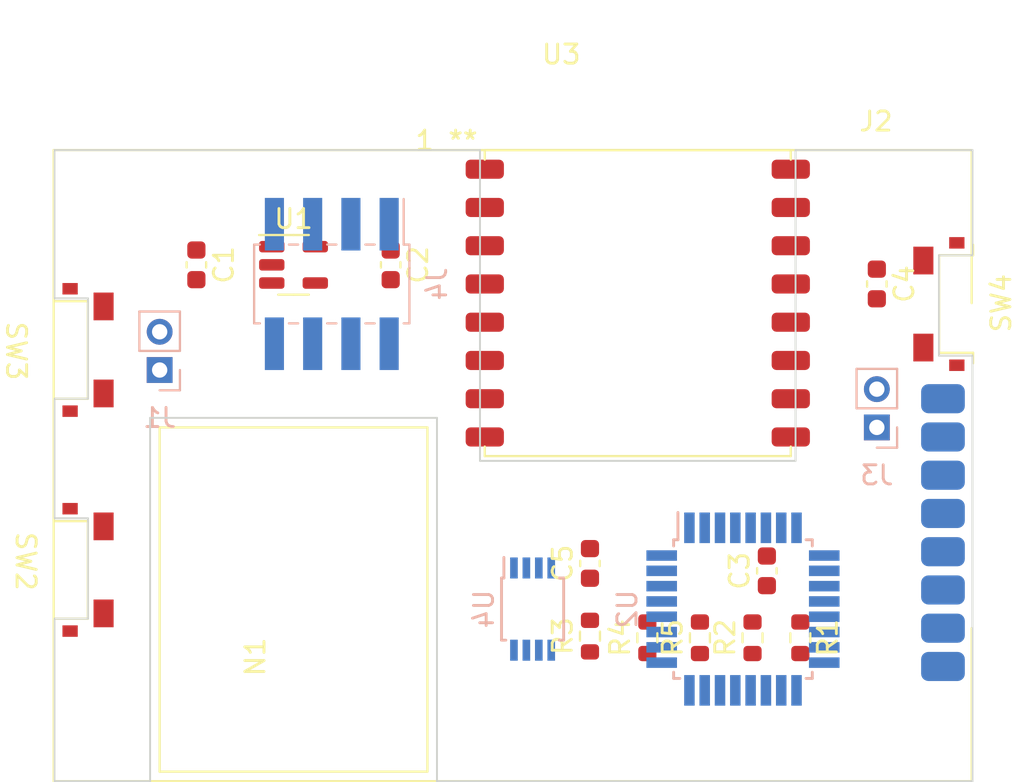
<source format=kicad_pcb>
(kicad_pcb (version 20211014) (generator pcbnew)
  (layers (0 "F.Cu" signal) (31 "B.Cu" signal) (34 "B.Paste" user) (35 "F.Paste" user) (36 "B.SilkS" user "B.Silkscreen") (37 "F.SilkS" user "F.Silkscreen") (38 "B.Mask" user) (39 "F.Mask" user) (44 "Edge.Cuts" user))
  (net 0 "")
  (net 1 "Net-(C1-Pad1)")
  (net 2 "GND")
  (net 3 "+3.3V")
  (net 4 "/eBUSY")
  (net 5 "/eRST")
  (net 6 "/eDC")
  (net 7 "/eCS")
  (net 8 "/SCK")
  (net 9 "/MOSI")
  (net 10 "Net-(J3-Pad1)")
  (net 11 "Net-(R1-Pad2)")
  (net 13 "/MISO")
  (net 17 "/nRESET")
  (net 18 "/TXD")
  (net 19 "/RXD")
  (net 21 "Net-(U2-Pad23)")
  (net 22 "/SCL")
  (net 23 "/SDA")
  (net 24 "Net-(U2-Pad26)")
  (net 25 "Net-(SW1-Pad1)")
  (net 26 "Net-(SW2-Pad1)")
  (net 27 "Net-(SW3-Pad1)")
  (net 28 "Net-(SW4-Pad1)")
  (net 29 "Net-(U2-Pad9)")
  (net 30 "/RF_CS")
  (footprint "TinySwitch:EVQ-P4" (layer "F.Cu") (at 122.5675 114.45 -90)
    (fp_text reference "SW2" (at -0.45 4.0675 -90 unlocked) (layer "F.SilkS"))
    (fp_text value "EVQ-P4MB3K")
    (fp_line (start -2.55 0.825) (end 2.55 0.825) (layer "F.SilkS") (width 0.12))
    (fp_line (start -2.55 2.6) (end -2.55 0.825) (layer "F.SilkS") (width 0.12))
    (fp_line (start -2.55 2.6) (end -3.1 2.6) (layer "F.SilkS") (width 0.12))
    (fp_line (start 2.55 2.6) (end 2.55 0.825) (layer "F.SilkS") (width 0.12))
    (fp_line (start 2.55 2.6) (end 3.1 2.6) (layer "F.SilkS") (width 0.12))
    (pad "1" smd rect (at -2.275 0 270) (size 1.45 1.05) (layers "F.Cu" "F.Paste" "F.Mask") (net 26 "Net-(SW2-Pad1)"))
    (pad "2" smd rect (at 2.275 0 270) (size 1.45 1.05) (layers "F.Cu" "F.Paste" "F.Mask") (net 2 "GND"))
    (pad "3" smd rect (at -3.2 1.75 270) (size 0.6 0.8) (layers "F.Cu" "F.Paste" "F.Mask"))
    (pad "4" smd rect (at 3.2 1.75 270) (size 0.6 0.8) (layers "F.Cu" "F.Paste" "F.Mask"))
  )
  (footprint "Capacitor_SMD:C_0603_1608Metric" (layer "F.Cu") (at 137.58 98.5 -90)
    (fp_text reference "C2" (at 0 -1.43 -90) (layer "F.SilkS"))
    (fp_text value "1uF")
    (fp_line (start -0.14058 0.51) (end 0.14058 0.51) (layer "F.SilkS") (width 0.12))
    (fp_line (start -0.14058 -0.51) (end 0.14058 -0.51) (layer "F.SilkS") (width 0.12))
    (pad "1" smd roundrect (at -0.775 0 270) (size 0.9 0.95) (layers "F.Cu" "F.Paste" "F.Mask") (net 3 "+3.3V"))
    (pad "2" smd roundrect (at 0.775 0 270) (size 0.9 0.95) (layers "F.Cu" "F.Paste" "F.Mask") (net 2 "GND"))
  )
  (footprint "Package_TO_SOT_SMD:SOT-23-5" (layer "F.Cu") (at 132.5 98.5)
    (fp_text reference "U1" (at 0 -2.4) (layer "F.SilkS"))
    (fp_text value "NCP161")
    (fp_line (start 0 1.56) (end -0.8 1.56) (layer "F.SilkS") (width 0.12))
    (fp_line (start 0 -1.56) (end -1.8 -1.56) (layer "F.SilkS") (width 0.12))
    (fp_line (start 0 1.56) (end 0.8 1.56) (layer "F.SilkS") (width 0.12))
    (fp_line (start 0 -1.56) (end 0.8 -1.56) (layer "F.SilkS") (width 0.12))
    (pad "1" smd roundrect (at -1.1375 -0.95) (size 1.325 0.6) (layers "F.Cu" "F.Paste" "F.Mask") (net 1 "Net-(C1-Pad1)"))
    (pad "2" smd roundrect (at -1.1375 0) (size 1.325 0.6) (layers "F.Cu" "F.Paste" "F.Mask") (net 2 "GND"))
    (pad "3" smd roundrect (at -1.1375 0.95) (size 1.325 0.6) (layers "F.Cu" "F.Paste" "F.Mask") (net 1 "Net-(C1-Pad1)"))
    (pad "4" smd roundrect (at 1.1375 0.95) (size 1.325 0.6) (layers "F.Cu" "F.Paste" "F.Mask"))
    (pad "5" smd roundrect (at 1.1375 -0.95) (size 1.325 0.6) (layers "F.Cu" "F.Paste" "F.Mask") (net 3 "+3.3V"))
  )
  (footprint "TinySwitch:EVQ-P4" (layer "F.Cu") (at 165.4325 100.55 90)
    (fp_text reference "SW4" (at 0.05 4.0675 90 unlocked) (layer "F.SilkS"))
    (fp_text value "EVQ-P4MB3K")
    (fp_line (start -2.55 2.6) (end -2.55 0.825) (layer "F.SilkS") (width 0.12))
    (fp_line (start 2.55 2.6) (end 3.1 2.6) (layer "F.SilkS") (width 0.12))
    (fp_line (start -2.55 0.825) (end 2.55 0.825) (layer "F.SilkS") (width 0.12))
    (fp_line (start -2.55 2.6) (end -3.1 2.6) (layer "F.SilkS") (width 0.12))
    (fp_line (start 2.55 2.6) (end 2.55 0.825) (layer "F.SilkS") (width 0.12))
    (pad "1" smd rect (at -2.275 0 90) (size 1.45 1.05) (layers "F.Cu" "F.Paste" "F.Mask") (net 28 "Net-(SW4-Pad1)"))
    (pad "2" smd rect (at 2.275 0 90) (size 1.45 1.05) (layers "F.Cu" "F.Paste" "F.Mask") (net 2 "GND"))
    (pad "3" smd rect (at -3.2 1.75 90) (size 0.6 0.8) (layers "F.Cu" "F.Paste" "F.Mask"))
    (pad "4" smd rect (at 3.2 1.75 90) (size 0.6 0.8) (layers "F.Cu" "F.Paste" "F.Mask"))
  )
  (footprint "Resistor_SMD:R_0603_1608Metric" (layer "F.Cu") (at 153.75 118 90)
    (fp_text reference "R5" (at 0 -1.43 90) (layer "F.SilkS"))
    (fp_text value "4.7k")
    (fp_line (start -0.237258 -0.5225) (end 0.237258 -0.5225) (layer "F.SilkS") (width 0.12))
    (fp_line (start -0.237258 0.5225) (end 0.237258 0.5225) (layer "F.SilkS") (width 0.12))
    (pad "1" smd roundrect (at -0.825 0 90) (size 0.8 0.95) (layers "F.Cu" "F.Paste" "F.Mask") (net 3 "+3.3V"))
    (pad "2" smd roundrect (at 0.825 0 90) (size 0.8 0.95) (layers "F.Cu" "F.Paste" "F.Mask") (net 23 "/SDA"))
  )
  (footprint "Resistor_SMD:R_0603_1608Metric" (layer "F.Cu") (at 159 118 -90)
    (fp_text reference "R1" (at 0 -1.43 -90) (layer "F.SilkS"))
    (fp_text value "10k")
    (fp_line (start -0.237258 -0.5225) (end 0.237258 -0.5225) (layer "F.SilkS") (width 0.12))
    (fp_line (start -0.237258 0.5225) (end 0.237258 0.5225) (layer "F.SilkS") (width 0.12))
    (pad "1" smd roundrect (at -0.825 0 270) (size 0.8 0.95) (layers "F.Cu" "F.Paste" "F.Mask") (net 1 "Net-(C1-Pad1)"))
    (pad "2" smd roundrect (at 0.825 0 270) (size 0.8 0.95) (layers "F.Cu" "F.Paste" "F.Mask") (net 11 "Net-(R1-Pad2)"))
  )
  (footprint "RFM69:RFM69HCW" (layer "F.Cu") (at 142.5 93.5)
    (fp_text reference "U3" (at 4 -6 unlocked) (layer "F.SilkS"))
    (fp_text value "RFM69HCW")
    (fp_text user "1 **" (at -2 -1.5 unlocked) (layer "F.SilkS"))
    (fp_line (start 0 -1) (end 0 -0.5) (layer "F.SilkS") (width 0.12))
    (fp_line (start 0 14.5) (end 0 15) (layer "F.SilkS") (width 0.12))
    (fp_line (start 0 15) (end 16 15) (layer "F.SilkS") (width 0.12))
    (fp_line (start 16 15) (end 16 14.5) (layer "F.SilkS") (width 0.12))
    (fp_line (start 16 -1) (end 16 -0.5) (layer "F.SilkS") (width 0.12))
    (fp_line (start 0 -1) (end 16 -1) (layer "F.SilkS") (width 0.12))
    (pad "1" smd roundrect (at 0 0) (size 2 1) (layers "F.Cu" "F.Paste" "F.Mask") (net 2 "GND"))
    (pad "2" smd roundrect (at 0 2) (size 2 1) (layers "F.Cu" "F.Paste" "F.Mask") (net 13 "/MISO"))
    (pad "3" smd roundrect (at 0 4) (size 2 1) (layers "F.Cu" "F.Paste" "F.Mask") (net 9 "/MOSI"))
    (pad "4" smd roundrect (at 0 6) (size 2 1) (layers "F.Cu" "F.Paste" "F.Mask") (net 8 "/SCK"))
    (pad "5" smd roundrect (at 0 8) (size 2 1) (layers "F.Cu" "F.Paste" "F.Mask") (net 30 "/RF_CS"))
    (pad "6" smd roundrect (at 0 10) (size 2 1) (layers "F.Cu" "F.Paste" "F.Mask") (net 21 "Net-(U2-Pad23)"))
    (pad "7" smd roundrect (at 0 12) (size 2 1) (layers "F.Cu" "F.Paste" "F.Mask"))
    (pad "8" smd roundrect (at 0 14) (size 2 1) (layers "F.Cu" "F.Paste" "F.Mask") (net 2 "GND"))
    (pad "9" smd roundrect (at 16 14) (size 2 1) (layers "F.Cu" "F.Paste" "F.Mask") (net 10 "Net-(J3-Pad1)"))
    (pad "10" smd roundrect (at 16 12) (size 2 1) (layers "F.Cu" "F.Paste" "F.Mask") (net 2 "GND"))
    (pad "11" smd roundrect (at 16 10) (size 2 1) (layers "F.Cu" "F.Paste" "F.Mask"))
    (pad "12" smd roundrect (at 16 8) (size 2 1) (layers "F.Cu" "F.Paste" "F.Mask"))
    (pad "13" smd roundrect (at 16 6) (size 2 1) (layers "F.Cu" "F.Paste" "F.Mask") (net 3 "+3.3V"))
    (pad "14" smd roundrect (at 16 4) (size 2 1) (layers "F.Cu" "F.Paste" "F.Mask") (net 29 "Net-(U2-Pad9)"))
    (pad "15" smd roundrect (at 16 2) (size 2 1) (layers "F.Cu" "F.Paste" "F.Mask"))
    (pad "16" smd roundrect (at 16 0) (size 2 1) (layers "F.Cu" "F.Paste" "F.Mask"))
  )
  (footprint "Battery:LiPo-100mAh" (layer "F.Cu") (at 125.5 125 90)
    (fp_text reference "N1" (at 6 5 90 unlocked) (layer "F.SilkS"))
    (fp_text value "Battery")
    (fp_line (start 18 14) (end 0 14) (layer "F.SilkS") (width 0.12))
    (fp_line (start 0 14) (end 0 0) (layer "F.SilkS") (width 0.12))
    (fp_line (start 18 0) (end 18 14) (layer "F.SilkS") (width 0.12))
    (fp_line (start 0 0) (end 18 0) (layer "F.SilkS") (width 0.12))
  )
  (footprint "Resistor_SMD:R_0603_1608Metric" (layer "F.Cu") (at 148 117.9125 90)
    (fp_text reference "R3" (at 0 -1.43 90) (layer "F.SilkS"))
    (fp_text value "10k")
    (fp_line (start -0.237258 0.5225) (end 0.237258 0.5225) (layer "F.SilkS") (width 0.12))
    (fp_line (start -0.237258 -0.5225) (end 0.237258 -0.5225) (layer "F.SilkS") (width 0.12))
    (pad "1" smd roundrect (at -0.825 0 90) (size 0.8 0.95) (layers "F.Cu" "F.Paste" "F.Mask") (net 3 "+3.3V"))
    (pad "2" smd roundrect (at 0.825 0 90) (size 0.8 0.95) (layers "F.Cu" "F.Paste" "F.Mask") (net 17 "/nRESET"))
  )
  (footprint "TinySwitch:EVQ-P4" (layer "F.Cu") (at 122.5675 102.95 -90)
    (fp_text reference "SW3" (at 0.05 4.5675 -90 unlocked) (layer "F.SilkS"))
    (fp_text value "EVQ-P4MB3K")
    (fp_line (start 2.55 2.6) (end 3.1 2.6) (layer "F.SilkS") (width 0.12))
    (fp_line (start 2.55 2.6) (end 2.55 0.825) (layer "F.SilkS") (width 0.12))
    (fp_line (start -2.55 2.6) (end -2.55 0.825) (layer "F.SilkS") (width 0.12))
    (fp_line (start -2.55 2.6) (end -3.1 2.6) (layer "F.SilkS") (width 0.12))
    (fp_line (start -2.55 0.825) (end 2.55 0.825) (layer "F.SilkS") (width 0.12))
    (pad "1" smd rect (at -2.275 0 270) (size 1.45 1.05) (layers "F.Cu" "F.Paste" "F.Mask") (net 27 "Net-(SW3-Pad1)"))
    (pad "2" smd rect (at 2.275 0 270) (size 1.45 1.05) (layers "F.Cu" "F.Paste" "F.Mask") (net 2 "GND"))
    (pad "3" smd rect (at -3.2 1.75 270) (size 0.6 0.8) (layers "F.Cu" "F.Paste" "F.Mask"))
    (pad "4" smd rect (at 3.2 1.75 270) (size 0.6 0.8) (layers "F.Cu" "F.Paste" "F.Mask"))
  )
  (footprint "Capacitor_SMD:C_0603_1608Metric" (layer "F.Cu") (at 127.42 98.5 -90)
    (fp_text reference "C1" (at 0 -1.43 -90) (layer "F.SilkS"))
    (fp_text value "1uF")
    (fp_line (start -0.14058 0.51) (end 0.14058 0.51) (layer "F.SilkS") (width 0.12))
    (fp_line (start -0.14058 -0.51) (end 0.14058 -0.51) (layer "F.SilkS") (width 0.12))
    (pad "1" smd roundrect (at -0.775 0 270) (size 0.9 0.95) (layers "F.Cu" "F.Paste" "F.Mask") (net 1 "Net-(C1-Pad1)"))
    (pad "2" smd roundrect (at 0.775 0 270) (size 0.9 0.95) (layers "F.Cu" "F.Paste" "F.Mask") (net 2 "GND"))
  )
  (footprint "Capacitor_SMD:C_0603_1608Metric" (layer "F.Cu") (at 148 114.1125 90)
    (fp_text reference "C5" (at 0 -1.43 90) (layer "F.SilkS"))
    (fp_text value "0.1uF")
    (fp_line (start -0.14058 -0.51) (end 0.14058 -0.51) (layer "F.SilkS") (width 0.12))
    (fp_line (start -0.14058 0.51) (end 0.14058 0.51) (layer "F.SilkS") (width 0.12))
    (pad "1" smd roundrect (at -0.775 0 90) (size 0.9 0.95) (layers "F.Cu" "F.Paste" "F.Mask") (net 3 "+3.3V"))
    (pad "2" smd roundrect (at 0.775 0 90) (size 0.9 0.95) (layers "F.Cu" "F.Paste" "F.Mask") (net 2 "GND"))
  )
  (footprint "Resistor_SMD:R_0603_1608Metric" (layer "F.Cu") (at 151 118 90)
    (fp_text reference "R4" (at 0 -1.43 90) (layer "F.SilkS"))
    (fp_text value "4.7k")
    (fp_line (start -0.237258 -0.5225) (end 0.237258 -0.5225) (layer "F.SilkS") (width 0.12))
    (fp_line (start -0.237258 0.5225) (end 0.237258 0.5225) (layer "F.SilkS") (width 0.12))
    (pad "1" smd roundrect (at -0.825 0 90) (size 0.8 0.95) (layers "F.Cu" "F.Paste" "F.Mask") (net 3 "+3.3V"))
    (pad "2" smd roundrect (at 0.825 0 90) (size 0.8 0.95) (layers "F.Cu" "F.Paste" "F.Mask") (net 22 "/SCL"))
  )
  (footprint "Capacitor_SMD:C_0603_1608Metric" (layer "F.Cu") (at 163 99.5 -90)
    (fp_text reference "C4" (at 0 -1.43 -90) (layer "F.SilkS"))
    (fp_text value "0.1uF")
    (fp_line (start -0.14058 -0.51) (end 0.14058 -0.51) (layer "F.SilkS") (width 0.12))
    (fp_line (start -0.14058 0.51) (end 0.14058 0.51) (layer "F.SilkS") (width 0.12))
    (pad "1" smd roundrect (at -0.775 0 270) (size 0.9 0.95) (layers "F.Cu" "F.Paste" "F.Mask") (net 3 "+3.3V"))
    (pad "2" smd roundrect (at 0.775 0 270) (size 0.9 0.95) (layers "F.Cu" "F.Paste" "F.Mask") (net 2 "GND"))
  )
  (footprint "Capacitor_SMD:C_0603_1608Metric" (layer "F.Cu") (at 157.25 114.5 90)
    (fp_text reference "C3" (at 0 -1.43 90) (layer "F.SilkS"))
    (fp_text value "0.1uF")
    (fp_line (start -0.14058 -0.51) (end 0.14058 -0.51) (layer "F.SilkS") (width 0.12))
    (fp_line (start -0.14058 0.51) (end 0.14058 0.51) (layer "F.SilkS") (width 0.12))
    (pad "1" smd roundrect (at -0.775 0 90) (size 0.9 0.95) (layers "F.Cu" "F.Paste" "F.Mask") (net 3 "+3.3V"))
    (pad "2" smd roundrect (at 0.775 0 90) (size 0.9 0.95) (layers "F.Cu" "F.Paste" "F.Mask") (net 2 "GND"))
  )
  (footprint "E-Ink:Waveshare_1.54" (layer "F.Cu") (at 167.9585 102)
    (fp_text reference "J2" (at -5 -11 unlocked) (layer "F.SilkS"))
    (fp_text value "Conn_01x08")
    (fp_line (start -48 -9.5) (end -48 23.5) (layer "F.SilkS") (width 0.12))
    (fp_line (start 0 -9.5) (end 0 -1.5) (layer "F.SilkS") (width 0.12))
    (fp_line (start 0 -9.5) (end -48 -9.5) (layer "F.SilkS") (width 0.12))
    (fp_line (start -48 23.5) (end 0 23.5) (layer "F.SilkS") (width 0.12))
    (fp_line (start 0 23.5) (end 0 15.5) (layer "F.SilkS") (width 0.12))
    (pad "" np_thru_hole circle (at -2.5 -7) (size 2.7 2.7) (drill 2.7) (layers F&B.Cu *.Mask))
    (pad "" np_thru_hole circle (at -45.5 20.5) (size 2.7 2.7) (drill 2.7) (layers F&B.Cu *.Mask))
    (pad "" np_thru_hole circle (at -45.5 -7) (size 2.7 2.7) (drill 2.7) (layers F&B.Cu *.Mask))
    (pad "" np_thru_hole circle (at -2.5 21) (size 2.7 2.7) (drill 2.7) (layers F&B.Cu *.Mask))
    (pad "1" smd roundrect (at -1.5 3.5) (size 2.286 1.524) (layers "B.Cu" "B.Paste" "B.Mask") (net 4 "/eBUSY"))
    (pad "2" smd roundrect (at -1.5 5.5) (size 2.286 1.524) (layers "B.Cu" "B.Paste" "B.Mask") (net 5 "/eRST"))
    (pad "3" smd roundrect (at -1.5 7.5) (size 2.286 1.524) (layers "B.Cu" "B.Paste" "B.Mask") (net 6 "/eDC"))
    (pad "4" smd roundrect (at -1.5 9.5) (size 2.286 1.524) (layers "B.Cu" "B.Paste" "B.Mask") (net 7 "/eCS"))
    (pad "5" smd roundrect (at -1.5 11.5) (size 2.286 1.524) (layers "B.Cu" "B.Paste" "B.Mask") (net 8 "/SCK"))
    (pad "6" smd roundrect (at -1.5 13.5) (size 2.286 1.524) (layers "B.Cu" "B.Paste" "B.Mask") (net 9 "/MOSI"))
    (pad "7" smd roundrect (at -1.5 15.5) (size 2.286 1.524) (layers "B.Cu" "B.Paste" "B.Mask") (net 2 "GND"))
    (pad "8" smd roundrect (at -1.5 17.5) (size 2.286 1.524) (layers "B.Cu" "B.Paste" "B.Mask") (net 3 "+3.3V"))
  )
  (footprint "Resistor_SMD:R_0603_1608Metric" (layer "F.Cu") (at 156.5 118 90)
    (fp_text reference "R2" (at 0 -1.43 90) (layer "F.SilkS"))
    (fp_text value "10k")
    (fp_line (start -0.237258 -0.5225) (end 0.237258 -0.5225) (layer "F.SilkS") (width 0.12))
    (fp_line (start -0.237258 0.5225) (end 0.237258 0.5225) (layer "F.SilkS") (width 0.12))
    (pad "1" smd roundrect (at -0.825 0 90) (size 0.8 0.95) (layers "F.Cu" "F.Paste" "F.Mask") (net 11 "Net-(R1-Pad2)"))
    (pad "2" smd roundrect (at 0.825 0 90) (size 0.8 0.95) (layers "F.Cu" "F.Paste" "F.Mask") (net 2 "GND"))
  )
  (footprint "Package_SO:TSSOP-8_3x3mm_P0.65mm" (layer "B.Cu") (at 145 116.5 -90)
    (fp_text reference "U4" (at 0 2.55 -270) (layer "B.SilkS") (effects (justify mirror)))
    (fp_text value "PCF85263ATT")
    (fp_line (start -1.625 -1.625) (end 1.625 -1.625) (layer "B.SilkS") (width 0.15))
    (fp_line (start 1.625 -1.625) (end 1.625 -1.4) (layer "B.SilkS") (width 0.15))
    (fp_line (start -1.625 -1.625) (end -1.625 -1.4) (layer "B.SilkS") (width 0.15))
    (fp_line (start -1.625 1.625) (end -1.625 1.5) (layer "B.SilkS") (width 0.15))
    (fp_line (start -1.625 1.625) (end 1.625 1.625) (layer "B.SilkS") (width 0.15))
    (fp_line (start -1.625 1.5) (end -2.7 1.5) (layer "B.SilkS") (width 0.15))
    (fp_line (start 1.625 1.625) (end 1.625 1.4) (layer "B.SilkS") (width 0.15))
    (pad "1" smd rect (at -2.15 0.975 270) (size 1.1 0.4) (layers "B.Cu" "B.Paste" "B.Mask"))
    (pad "2" smd rect (at -2.15 0.325 270) (size 1.1 0.4) (layers "B.Cu" "B.Paste" "B.Mask"))
    (pad "3" smd rect (at -2.15 -0.325 270) (size 1.1 0.4) (layers "B.Cu" "B.Paste" "B.Mask") (net 3 "+3.3V"))
    (pad "4" smd rect (at -2.15 -0.975 270) (size 1.1 0.4) (layers "B.Cu" "B.Paste" "B.Mask") (net 2 "GND"))
    (pad "5" smd rect (at 2.15 -0.975 270) (size 1.1 0.4) (layers "B.Cu" "B.Paste" "B.Mask") (net 23 "/SDA"))
    (pad "6" smd rect (at 2.15 -0.325 270) (size 1.1 0.4) (layers "B.Cu" "B.Paste" "B.Mask") (net 22 "/SCL"))
    (pad "7" smd rect (at 2.15 0.325 270) (size 1.1 0.4) (layers "B.Cu" "B.Paste" "B.Mask") (net 24 "Net-(U2-Pad26)"))
    (pad "8" smd rect (at 2.15 0.975 270) (size 1.1 0.4) (layers "B.Cu" "B.Paste" "B.Mask") (net 3 "+3.3V"))
  )
  (footprint "Package_QFP:TQFP-32_7x7mm_P0.8mm" (layer "B.Cu") (at 156 116.5 -90)
    (fp_text reference "U2" (at 0 6.05 90) (layer "B.SilkS") (effects (justify mirror)))
    (fp_text value "ATmega328-A")
    (fp_line (start -3.625 3.625) (end -3.3 3.625) (layer "B.SilkS") (width 0.15))
    (fp_line (start 3.625 -3.625) (end 3.625 -3.3) (layer "B.SilkS") (width 0.15))
    (fp_line (start -3.625 -3.625) (end -3.625 -3.3) (layer "B.SilkS") (width 0.15))
    (fp_line (start 3.625 -3.625) (end 3.3 -3.625) (layer "B.SilkS") (width 0.15))
    (fp_line (start 3.625 3.625) (end 3.3 3.625) (layer "B.SilkS") (width 0.15))
    (fp_line (start -3.625 3.4) (end -5.05 3.4) (layer "B.SilkS") (width 0.15))
    (fp_line (start -3.625 -3.625) (end -3.3 -3.625) (layer "B.SilkS") (width 0.15))
    (fp_line (start 3.625 3.625) (end 3.625 3.3) (layer "B.SilkS") (width 0.15))
    (fp_line (start -3.625 3.625) (end -3.625 3.4) (layer "B.SilkS") (width 0.15))
    (pad "1" smd rect (at -4.25 2.8 270) (size 1.6 0.55) (layers "B.Cu" "B.Paste" "B.Mask") (net 28 "Net-(SW4-Pad1)"))
    (pad "2" smd rect (at -4.25 2 270) (size 1.6 0.55) (layers "B.Cu" "B.Paste" "B.Mask"))
    (pad "3" smd rect (at -4.25 1.2 270) (size 1.6 0.55) (layers "B.Cu" "B.Paste" "B.Mask") (net 2 "GND"))
    (pad "4" smd rect (at -4.25 0.4 270) (size 1.6 0.55) (layers "B.Cu" "B.Paste" "B.Mask") (net 3 "+3.3V"))
    (pad "5" smd rect (at -4.25 -0.4 270) (size 1.6 0.55) (layers "B.Cu" "B.Paste" "B.Mask") (net 2 "GND"))
    (pad "6" smd rect (at -4.25 -1.2 270) (size 1.6 0.55) (layers "B.Cu" "B.Paste" "B.Mask") (net 3 "+3.3V"))
    (pad "7" smd rect (at -4.25 -2 270) (size 1.6 0.55) (layers "B.Cu" "B.Paste" "B.Mask"))
    (pad "8" smd rect (at -4.25 -2.8 270) (size 1.6 0.55) (layers "B.Cu" "B.Paste" "B.Mask"))
    (pad "9" smd rect (at -2.8 -4.25 180) (size 1.6 0.55) (layers "B.Cu" "B.Paste" "B.Mask") (net 29 "Net-(U2-Pad9)"))
    (pad "10" smd rect (at -2 -4.25 180) (size 1.6 0.55) (layers "B.Cu" "B.Paste" "B.Mask") (net 7 "/eCS"))
    (pad "11" smd rect (at -1.2 -4.25 180) (size 1.6 0.55) (layers "B.Cu" "B.Paste" "B.Mask") (net 4 "/eBUSY"))
    (pad "12" smd rect (at -0.4 -4.25 180) (size 1.6 0.55) (layers "B.Cu" "B.Paste" "B.Mask") (net 5 "/eRST"))
    (pad "13" smd rect (at 0.4 -4.25 180) (size 1.6 0.55) (layers "B.Cu" "B.Paste" "B.Mask") (net 6 "/eDC"))
    (pad "14" smd rect (at 1.2 -4.25 180) (size 1.6 0.55) (layers "B.Cu" "B.Paste" "B.Mask") (net 30 "/RF_CS"))
    (pad "15" smd rect (at 2 -4.25 180) (size 1.6 0.55) (layers "B.Cu" "B.Paste" "B.Mask") (net 9 "/MOSI"))
    (pad "16" smd rect (at 2.8 -4.25 180) (size 1.6 0.55) (layers "B.Cu" "B.Paste" "B.Mask") (net 13 "/MISO"))
    (pad "17" smd rect (at 4.25 -2.8 270) (size 1.6 0.55) (layers "B.Cu" "B.Paste" "B.Mask") (net 8 "/SCK"))
    (pad "18" smd rect (at 4.25 -2 270) (size 1.6 0.55) (layers "B.Cu" "B.Paste" "B.Mask") (net 3 "+3.3V"))
    (pad "19" smd rect (at 4.25 -1.2 270) (size 1.6 0.55) (layers "B.Cu" "B.Paste" "B.Mask") (net 11 "Net-(R1-Pad2)"))
    (pad "20" smd rect (at 4.25 -0.4 270) (size 1.6 0.55) (layers "B.Cu" "B.Paste" "B.Mask") (net 3 "+3.3V"))
    (pad "21" smd rect (at 4.25 0.4 270) (size 1.6 0.55) (layers "B.Cu" "B.Paste" "B.Mask") (net 2 "GND"))
    (pad "22" smd rect (at 4.25 1.2 270) (size 1.6 0.55) (layers "B.Cu" "B.Paste" "B.Mask"))
    (pad "23" smd rect (at 4.25 2 270) (size 1.6 0.55) (layers "B.Cu" "B.Paste" "B.Mask") (net 21 "Net-(U2-Pad23)"))
    (pad "24" smd rect (at 4.25 2.8 270) (size 1.6 0.55) (layers "B.Cu" "B.Paste" "B.Mask") (net 25 "Net-(SW1-Pad1)"))
    (pad "25" smd rect (at 2.8 4.25 180) (size 1.6 0.55) (layers "B.Cu" "B.Paste" "B.Mask") (net 26 "Net-(SW2-Pad1)"))
    (pad "26" smd rect (at 2 4.25 180) (size 1.6 0.55) (layers "B.Cu" "B.Paste" "B.Mask") (net 24 "Net-(U2-Pad26)"))
    (pad "27" smd rect (at 1.2 4.25 180) (size 1.6 0.55) (layers "B.Cu" "B.Paste" "B.Mask") (net 22 "/SCL"))
    (pad "28" smd rect (at 0.4 4.25 180) (size 1.6 0.55) (layers "B.Cu" "B.Paste" "B.Mask") (net 23 "/SDA"))
    (pad "29" smd rect (at -0.4 4.25 180) (size 1.6 0.55) (layers "B.Cu" "B.Paste" "B.Mask") (net 17 "/nRESET"))
    (pad "30" smd rect (at -1.2 4.25 180) (size 1.6 0.55) (layers "B.Cu" "B.Paste" "B.Mask") (net 19 "/RXD"))
    (pad "31" smd rect (at -2 4.25 180) (size 1.6 0.55) (layers "B.Cu" "B.Paste" "B.Mask") (net 18 "/TXD"))
    (pad "32" smd rect (at -2.8 4.25 180) (size 1.6 0.55) (layers "B.Cu" "B.Paste" "B.Mask") (net 27 "Net-(SW3-Pad1)"))
  )
  (footprint "Connector_PinSocket_2.00mm:PinSocket_1x02_P2.00mm_Vertical" (layer "B.Cu") (at 163 107)
    (fp_text reference "J3" (at 0 2.5) (layer "B.SilkS") (effects (justify mirror)))
    (fp_text value "Conn_01x02_Female")
    (fp_line (start 0 1.06) (end 1.06 1.06) (layer "B.SilkS") (width 0.12))
    (fp_line (start 1.06 -1) (end 1.06 -3.06) (layer "B.SilkS") (width 0.12))
    (fp_line (start -1.06 -3.06) (end 1.06 -3.06) (layer "B.SilkS") (width 0.12))
    (fp_line (start -1.06 -1) (end 1.06 -1) (layer "B.SilkS") (width 0.12))
    (fp_line (start 1.06 1.06) (end 1.06 0) (layer "B.SilkS") (width 0.12))
    (fp_line (start -1.06 -1) (end -1.06 -3.06) (layer "B.SilkS") (width 0.12))
    (pad "1" thru_hole rect (at 0 0) (size 1.35 1.35) (drill 0.8) (layers *.Cu *.Mask) (net 10 "Net-(J3-Pad1)"))
    (pad "2" thru_hole oval (at 0 -2) (size 1.35 1.35) (drill 0.8) (layers *.Cu *.Mask) (net 2 "GND"))
  )
  (footprint "Connector_PinSocket_2.00mm:PinSocket_2x04_P2.00mm_Vertical_SMD" (layer "B.Cu") (at 134.5 99.5 90)
    (fp_text reference "J4" (at 0 5.5 270) (layer "B.SilkS") (effects (justify mirror)))
    (fp_text value "Conn_01x08")
    (fp_line (start -2.06 4.06) (end -2.06 3.76) (layer "B.SilkS") (width 0.12))
    (fp_line (start -2.06 2.24) (end -2.06 1.76) (layer "B.SilkS") (width 0.12))
    (fp_line (start 2.06 3.76) (end 4.44 3.76) (layer "B.SilkS") (width 0.12))
    (fp_line (start -2.06 -1.76) (end -2.06 -2.24) (layer "B.SilkS") (width 0.12))
    (fp_line (start 2.06 4.06) (end 2.06 3.76) (layer "B.SilkS") (width 0.12))
    (fp_line (start -2.06 -4.06) (end 2.06 -4.06) (layer "B.SilkS") (width 0.12))
    (fp_line (start 2.06 0.24) (end 2.06 -0.24) (layer "B.SilkS") (width 0.12))
    (fp_line (start -2.06 0.24) (end -2.06 -0.24) (layer "B.SilkS") (width 0.12))
    (fp_line (start -2.06 4.06) (end 2.06 4.06) (layer "B.SilkS") (width 0.12))
    (fp_line (start 2.06 -3.76) (end 2.06 -4.06) (layer "B.SilkS") (width 0.12))
    (fp_line (start 2.06 -1.76) (end 2.06 -2.24) (layer "B.SilkS") (width 0.12))
    (fp_line (start -2.06 -3.76) (end -2.06 -4.06) (layer "B.SilkS") (width 0.12))
    (fp_line (start 2.06 2.24) (end 2.06 1.76) (layer "B.SilkS") (width 0.12))
    (pad "1" smd rect (at 3.125 3 90) (size 2.75 1) (layers "B.Cu" "B.Paste" "B.Mask") (net 3 "+3.3V"))
    (pad "2" smd rect (at -3.125 3 90) (size 2.75 1) (layers "B.Cu" "B.Paste" "B.Mask") (net 9 "/MOSI"))
    (pad "3" smd rect (at 3.125 1 90) (size 2.75 1) (layers "B.Cu" "B.Paste" "B.Mask") (net 13 "/MISO"))
    (pad "4" smd rect (at -3.125 1 90) (size 2.75 1) (layers "B.Cu" "B.Paste" "B.Mask") (net 8 "/SCK"))
    (pad "5" smd rect (at 3.125 -1 90) (size 2.75 1) (layers "B.Cu" "B.Paste" "B.Mask") (net 17 "/nRESET"))
    (pad "6" smd rect (at -3.125 -1 90) (size 2.75 1) (layers "B.Cu" "B.Paste" "B.Mask") (net 18 "/TXD"))
    (pad "7" smd rect (at 3.125 -3 90) (size 2.75 1) (layers "B.Cu" "B.Paste" "B.Mask") (net 19 "/RXD"))
    (pad "8" smd rect (at -3.125 -3 90) (size 2.75 1) (layers "B.Cu" "B.Paste" "B.Mask") (net 2 "GND"))
  )
  (footprint "Connector_PinSocket_2.00mm:PinSocket_1x02_P2.00mm_Vertical" (layer "B.Cu") (at 125.5 104)
    (fp_text reference "J1" (at 0 2.5) (layer "B.SilkS") (effects (justify mirror)))
    (fp_text value "Conn_01x02")
    (fp_line (start 1.06 -1) (end 1.06 -3.06) (layer "B.SilkS") (width 0.12))
    (fp_line (start 1.06 1.06) (end 1.06 0) (layer "B.SilkS") (width 0.12))
    (fp_line (start -1.06 -1) (end -1.06 -3.06) (layer "B.SilkS") (width 0.12))
    (fp_line (start -1.06 -1) (end 1.06 -1) (layer "B.SilkS") (width 0.12))
    (fp_line (start 0 1.06) (end 1.06 1.06) (layer "B.SilkS") (width 0.12))
    (fp_line (start -1.06 -3.06) (end 1.06 -3.06) (layer "B.SilkS") (width 0.12))
    (pad "1" thru_hole rect (at 0 0) (size 1.35 1.35) (drill 0.8) (layers *.Cu *.Mask) (net 1 "Net-(C1-Pad1)"))
    (pad "2" thru_hole oval (at 0 -2) (size 1.35 1.35) (drill 0.8) (layers *.Cu *.Mask) (net 2 "GND"))
  )
  (gr_line (start 125 106.5) (end 140 106.5) (layer "Edge.Cuts") (width 0.1))
  (gr_line (start 166.25 98) (end 166.25 103.25) (layer "Edge.Cuts") (width 0.1))
  (gr_line (start 121.75 100.25) (end 120 100.25) (layer "Edge.Cuts") (width 0.1))
  (gr_line (start 120 125.5) (end 120 117) (layer "Edge.Cuts") (width 0.1))
  (gr_line (start 168 103.25) (end 168 125.5) (layer "Edge.Cuts") (width 0.1))
  (gr_line (start 142.25 92.5) (end 120 92.5) (layer "Edge.Cuts") (width 0.1))
  (gr_line (start 120 100.25) (end 120 92.5) (layer "Edge.Cuts") (width 0.1))
  (gr_line (start 166.25 103.25) (end 168 103.25) (layer "Edge.Cuts") (width 0.1))
  (gr_line (start 121.75 117) (end 121.75 111.75) (layer "Edge.Cuts") (width 0.1))
  (gr_line (start 120 105.5) (end 121.75 105.5) (layer "Edge.Cuts") (width 0.1))
  (gr_line (start 121.75 111.75) (end 120 111.75) (layer "Edge.Cuts") (width 0.1))
  (gr_line (start 158.75 108.75) (end 142.25 108.75) (layer "Edge.Cuts") (width 0.1))
  (gr_line (start 140 106.5) (end 140 125.5) (layer "Edge.Cuts") (width 0.1))
  (gr_line (start 158.75 92.5) (end 168 92.5) (layer "Edge.Cuts") (width 0.1))
  (gr_line (start 142.25 108.75) (end 142.25 92.5) (layer "Edge.Cuts") (width 0.1))
  (gr_line (start 120 125.5) (end 125 125.5) (layer "Edge.Cuts") (width 0.1))
  (gr_line (start 168 92.5) (end 168 98) (layer "Edge.Cuts") (width 0.1))
  (gr_line (start 158.75 92.5) (end 158.75 108.75) (layer "Edge.Cuts") (width 0.1))
  (gr_line (start 120 117) (end 121.75 117) (layer "Edge.Cuts") (width 0.1))
  (gr_line (start 121.75 105.5) (end 121.75 100.25) (layer "Edge.Cuts") (width 0.1))
  (gr_line (start 168 98) (end 166.25 98) (layer "Edge.Cuts") (width 0.1))
  (gr_line (start 140 125.5) (end 168 125.5) (layer "Edge.Cuts") (width 0.1))
  (gr_line (start 120 111.75) (end 120 105.5) (layer "Edge.Cuts") (width 0.1))
  (gr_line (start 125 125.5) (end 125 106.5) (layer "Edge.Cuts") (width 0.1))
)
</source>
